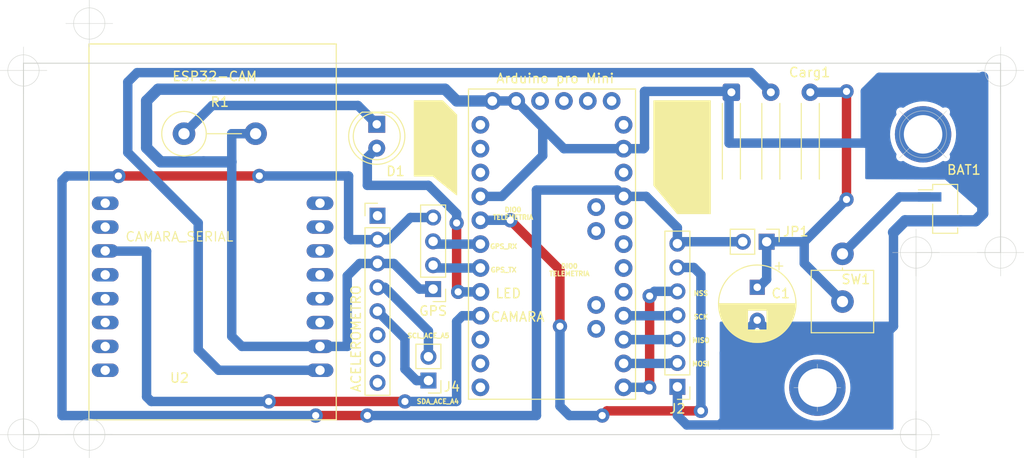
<source format=kicad_pcb>
(kicad_pcb (version 20211014) (generator pcbnew)
  (layers (0 "F.Cu" signal) (31 "B.Cu" signal) (34 "B.Paste" user) (35 "F.Paste" user) (36 "B.SilkS" user "B.Silkscreen") (37 "F.SilkS" user "F.Silkscreen") (38 "B.Mask" user) (39 "F.Mask" user) (44 "Edge.Cuts" user))
  (net 0 "")
  (net 1 "Net-(C1-Pad1)")
  (net 2 "3.7V")
  (net 3 "Net-(D1-Pad1)")
  (net 4 "GND")
  (net 5 "/LED")
  (net 6 "5V")
  (net 15 "/CAMARA")
  (net 22 "3.3V")
  (net 26 "/MOSI")
  (net 27 "/MISO")
  (net 28 "/SCK")
  (net 29 "NSS")
  (net 30 "DIO0")
  (net 31 "/GPS_RX")
  (net 52 "/GPS_TX")
  (net 53 "/SCL_ACE")
  (net 54 "/SDA_ACE")
  (footprint "LED_THT:LED_D5.0mm" (layer "F.Cu") (at 126.5 70.5 -90)
    (fp_text reference "D1" (at 5 -2 180) (layer "F.SilkS"))
    (fp_text value "LED Blanco brillante")
    (fp_line (start -1.29 -1.545) (end -1.29 1.545) (layer "F.SilkS") (width 0.12))
    (fp_arc (start -1.29 -1.54483) (mid 2.072002 -2.880433) (end 4.26 0.000462) (layer "F.SilkS") (width 0.12))
    (fp_arc (start 4.26 -0.000462) (mid 2.072002 2.880433) (end -1.29 1.54483) (layer "F.SilkS") (width 0.12))
    (fp_circle (center 1.27 0) (end 3.77 0) (layer "F.SilkS") (width 0.12) (fill none))
    (pad "1" thru_hole rect (at 0 0 270) (size 1.8 1.8) (drill 0.9) (layers *.Cu *.Mask) (net 3 "Net-(D1-Pad1)"))
    (pad "2" thru_hole circle (at 2.54 0 270) (size 1.8 1.8) (drill 0.9) (layers *.Cu *.Mask) (net 5 "/LED"))
  )
  (footprint "Connector_PinHeader_2.54mm:PinHeader_1x02_P2.54mm_Vertical" (layer "F.Cu") (at 168 83 -90)
    (fp_text reference "JP1" (at -1.080059 -3.099988 180) (layer "F.SilkS"))
    (fp_text value "JUMPER_CIRCUITO")
    (fp_line (start 1.33 1.27) (end 1.33 3.87) (layer "F.SilkS") (width 0.12))
    (fp_line (start -1.33 0) (end -1.33 -1.33) (layer "F.SilkS") (width 0.12))
    (fp_line (start -1.33 1.27) (end 1.33 1.27) (layer "F.SilkS") (width 0.12))
    (fp_line (start -1.33 -1.33) (end 0 -1.33) (layer "F.SilkS") (width 0.12))
    (fp_line (start -1.33 1.27) (end -1.33 3.87) (layer "F.SilkS") (width 0.12))
    (fp_line (start -1.33 3.87) (end 1.33 3.87) (layer "F.SilkS") (width 0.12))
    (pad "1" thru_hole rect (at 0 0 270) (size 1.7 1.7) (drill 1) (layers *.Cu *.Mask) (net 1 "Net-(C1-Pad1)"))
    (pad "2" thru_hole oval (at 0 2.54 270) (size 1.7 1.7) (drill 1) (layers *.Cu *.Mask) (net 22 "3.3V"))
  )
  (footprint "ESP32_CAM:ESP32-CAM" (layer "F.Cu") (at 109.030175 86.520979 180)
    (fp_text reference "U2" (at 3.530175 -10.979021) (layer "F.SilkS"))
    (fp_text value "ESP32-CAM")
    (fp_text user "ESP32-CAM" (at -0.219307 21.121858) (layer "F.SilkS"))
    (fp_line (start -13.16 -15.43) (end 13.16 -15.43) (layer "F.SilkS") (width 0.127))
    (fp_line (start 13.16 -15.43) (end 13.16 24.57) (layer "F.SilkS") (width 0.127))
    (fp_line (start -13.16 24.57) (end -13.16 -15.43) (layer "F.SilkS") (width 0.127))
    (fp_line (start 13.16 24.57) (end -13.16 24.57) (layer "F.SilkS") (width 0.127))
    (pad "P$1" thru_hole oval locked (at -11.43 -10.16 180) (size 2.8448 1.4224) (drill 1) (layers *.Cu *.Mask) (net 6 "5V"))
    (pad "P$2" thru_hole oval locked (at -11.43 -7.62 180) (size 2.8448 1.4224) (drill 1) (layers *.Cu *.Mask) (net 4 "GND"))
    (pad "P$3" thru_hole oval locked (at -11.43 -5.08 180) (size 2.8448 1.4224) (drill 1) (layers *.Cu *.Mask))
    (pad "P$4" thru_hole oval locked (at -11.43 -2.54 180) (size 2.8448 1.4224) (drill 1) (layers *.Cu *.Mask))
    (pad "P$5" thru_hole oval locked (at -11.43 0 180) (size 2.8448 1.4224) (drill 1) (layers *.Cu *.Mask))
    (pad "P$6" thru_hole oval locked (at -11.43 2.54 180) (size 2.8448 1.4224) (drill 1) (layers *.Cu *.Mask))
    (pad "P$7" thru_hole oval locked (at -11.43 5.08 180) (size 2.8448 1.4224) (drill 1) (layers *.Cu *.Mask))
    (pad "P$8" thru_hole oval locked (at -11.43 7.62 180) (size 2.8448 1.4224) (drill 1) (layers *.Cu *.Mask))
    (pad "P$9" thru_hole oval locked (at 11.43 7.62 180) (size 2.8448 1.4224) (drill 1) (layers *.Cu *.Mask))
    (pad "P$10" thru_hole oval locked (at 11.43 5.08 180) (size 2.8448 1.4224) (drill 1) (layers *.Cu *.Mask))
    (pad "P$11" thru_hole oval locked (at 11.43 2.54 180) (size 2.8448 1.4224) (drill 1) (layers *.Cu *.Mask) (net 15 "/CAMARA"))
    (pad "P$12" thru_hole oval locked (at 11.43 0 180) (size 2.8448 1.4224) (drill 1) (layers *.Cu *.Mask))
    (pad "P$13" thru_hole oval locked (at 11.43 -2.54 180) (size 2.8448 1.4224) (drill 1) (layers *.Cu *.Mask))
    (pad "P$14" thru_hole oval locked (at 11.43 -5.08 180) (size 2.8448 1.4224) (drill 1) (layers *.Cu *.Mask))
    (pad "P$15" thru_hole oval locked (at 11.43 -7.62 180) (size 2.8448 1.4224) (drill 1) (layers *.Cu *.Mask))
    (pad "P$16" thru_hole oval locked (at 11.43 -10.16 180) (size 2.8448 1.4224) (drill 1) (layers *.Cu *.Mask))
  )
  (footprint "Resistor_THT:R_Axial_DIN0414_L11.9mm_D4.5mm_P7.62mm_Vertical" (layer "F.Cu") (at 105.985 71.5)
    (fp_text reference "R1" (at 3.81 -3.37) (layer "F.SilkS"))
    (fp_text value "220 Ohm")
    (fp_line (start 2.37 0) (end 6.12 0) (layer "F.SilkS") (width 0.12))
    (fp_circle (center 0 0) (end 2.37 0) (layer "F.SilkS") (width 0.12) (fill none))
    (pad "1" thru_hole circle (at 0 0) (size 2.4 2.4) (drill 1.2) (layers *.Cu *.Mask) (net 3 "Net-(D1-Pad1)"))
    (pad "2" thru_hole oval (at 7.62 0) (size 2.4 2.4) (drill 1.2) (layers *.Cu *.Mask) (net 4 "GND"))
  )
  (footprint "Connector_PinHeader_2.54mm:PinHeader_1x02_P2.54mm_Vertical" (layer "F.Cu") (at 132 97.775 180)
    (fp_text reference "J4" (at -2.5 -0.665) (layer "F.SilkS"))
    (fp_text value "AEREO")
    (fp_line (start -1.33 3.87) (end 1.33 3.87) (layer "F.SilkS") (width 0.12))
    (fp_line (start -1.33 -1.33) (end 0 -1.33) (layer "F.SilkS") (width 0.12))
    (fp_line (start -1.33 0) (end -1.33 -1.33) (layer "F.SilkS") (width 0.12))
    (fp_line (start -1.33 1.27) (end -1.33 3.87) (layer "F.SilkS") (width 0.12))
    (fp_line (start 1.33 1.27) (end 1.33 3.87) (layer "F.SilkS") (width 0.12))
    (fp_line (start -1.33 1.27) (end 1.33 1.27) (layer "F.SilkS") (width 0.12))
    (pad "1" thru_hole rect (at 0 0 180) (size 1.7 1.7) (drill 1) (layers *.Cu *.Mask) (net 54 "/SDA_ACE"))
    (pad "2" thru_hole oval (at 0 2.54 180) (size 1.7 1.7) (drill 1) (layers *.Cu *.Mask) (net 53 "/SCL_ACE"))
  )
  (footprint "Capacitor_THT:CP_Radial_D8.0mm_P3.50mm" (layer "F.Cu") (at 167 87.847349 -90)
    (fp_text reference "C1" (at 0.652651 -2.5 180) (layer "F.SilkS"))
    (fp_text value "47uF")
    (fp_line (start 5.191 -2.228) (end 5.191 2.228) (layer "F.SilkS") (width 0.12))
    (fp_line (start 3.711 1.04) (end 3.711 3.584) (layer "F.SilkS") (width 0.12))
    (fp_line (start 5.351 -1.964) (end 5.351 1.964) (layer "F.SilkS") (width 0.12))
    (fp_line (start 3.911 -3.469) (end 3.911 -1.04) (layer "F.SilkS") (width 0.12))
    (fp_line (start 1.91 -4.077) (end 1.91 4.077) (layer "F.SilkS") (width 0.12))
    (fp_line (start 5.791 -0.768) (end 5.791 0.768) (layer "F.SilkS") (width 0.12))
    (fp_line (start 2.551 1.04) (end 2.551 4.002) (layer "F.SilkS") (width 0.12))
    (fp_line (start 3.431 1.04) (end 3.431 3.722) (layer "F.SilkS") (width 0.12))
    (fp_line (start 3.471 -3.704) (end 3.471 -1.04) (layer "F.SilkS") (width 0.12))
    (fp_line (start 4.391 -3.124) (end 4.391 -1.04) (layer "F.SilkS") (width 0.12))
    (fp_line (start 4.151 -3.309) (end 4.151 -1.04) (layer "F.SilkS") (width 0.12))
    (fp_line (start 4.111 1.04) (end 4.111 3.338) (layer "F.SilkS") (width 0.12))
    (fp_line (start 2.35 -4.037) (end 2.35 4.037) (layer "F.SilkS") (width 0.12))
    (fp_line (start 4.031 -3.392) (end 4.031 -1.04) (layer "F.SilkS") (width 0.12))
    (fp_line (start 3.831 -3.517) (end 3.831 -1.04) (layer "F.SilkS") (width 0.12))
    (fp_line (start 1.79 -4.08) (end 1.79 4.08) (layer "F.SilkS") (width 0.12))
    (fp_line (start 4.631 -2.907) (end 4.631 2.907) (layer "F.SilkS") (width 0.12))
    (fp_line (start 3.711 -3.584) (end 3.711 -1.04) (layer "F.SilkS") (width 0.12))
    (fp_line (start 5.831 -0.533) (end 5.831 0.533) (layer "F.SilkS") (width 0.12))
    (fp_line (start 5.311 -2.034) (end 5.311 2.034) (layer "F.SilkS") (width 0.12))
    (fp_line (start 1.95 -4.076) (end 1.95 4.076) (layer "F.SilkS") (width 0.12))
    (fp_line (start 3.431 -3.722) (end 3.431 -1.04) (layer "F.SilkS") (width 0.12))
    (fp_line (start 2.751 1.04) (end 2.751 3.957) (layer "F.SilkS") (width 0.12))
    (fp_line (start 4.991 -2.505) (end 4.991 2.505) (layer "F.SilkS") (width 0.12))
    (fp_line (start 4.351 -3.156) (end 4.351 -1.04) (layer "F.SilkS") (width 0.12))
    (fp_line (start 2.951 -3.902) (end 2.951 -1.04) (layer "F.SilkS") (width 0.12))
    (fp_line (start 3.751 1.04) (end 3.751 3.562) (layer "F.SilkS") (width 0.12))
    (fp_line (start -2.659698 -2.315) (end -1.859698 -2.315) (layer "F.SilkS") (width 0.12))
    (fp_line (start 3.231 -3.805) (end 3.231 -1.04) (layer "F.SilkS") (width 0.12))
    (fp_line (start 5.751 -0.948) (end 5.751 0.948) (layer "F.SilkS") (width 0.12))
    (fp_line (start 4.871 -2.651) (end 4.871 2.651) (layer "F.SilkS") (width 0.12))
    (fp_line (start 4.831 -2.697) (end 4.831 2.697) (layer "F.SilkS") (width 0.12))
    (fp_line (start 3.551 -3.666) (end 3.551 -1.04) (layer "F.SilkS") (width 0.12))
    (fp_line (start 2.471 1.04) (end 2.471 4.017) (layer "F.SilkS") (width 0.12))
    (fp_line (start 5.511 -1.645) (end 5.511 1.645) (layer "F.SilkS") (width 0.12))
    (fp_line (start 2.551 -4.002) (end 2.551 -1.04) (layer "F.SilkS") (width 0.12))
    (fp_line (start 2.27 -4.048) (end 2.27 4.048) (layer "F.SilkS") (width 0.12))
    (fp_line (start 3.271 1.04) (end 3.271 3.79) (layer "F.SilkS") (width 0.12))
    (fp_line (start 2.15 -4.061) (end 2.15 4.061) (layer "F.SilkS") (width 0.12))
    (fp_line (start 5.711 -1.098) (end 5.711 1.098) (layer "F.SilkS") (width 0.12))
    (fp_line (start 3.551 1.04) (end 3.551 3.666) (layer "F.SilkS") (width 0.12))
    (fp_line (start 3.191 -3.821) (end 3.191 -1.04) (layer "F.SilkS") (width 0.12))
    (fp_line (start 4.351 1.04) (end 4.351 3.156) (layer "F.SilkS") (width 0.12))
    (fp_line (start 4.591 -2.945) (end 4.591 2.945) (layer "F.SilkS") (width 0.12))
    (fp_line (start 2.671 -3.976) (end 2.671 -1.04) (layer "F.SilkS") (width 0.12))
    (fp_line (start 2.07 -4.068) (end 2.07 4.068) (layer "F.SilkS") (width 0.12))
    (fp_line (start 2.831 -3.936) (end 2.831 -1.04) (layer "F.SilkS") (width 0.12))
    (fp_line (start 2.19 -4.057) (end 2.19 4.057) (layer "F.SilkS") (width 0.12))
    (fp_line (start 2.631 1.04) (end 2.631 3.985) (layer "F.SilkS") (width 0.12))
    (fp_line (start 3.951 1.04) (end 3.951 3.444) (layer "F.SilkS") (width 0.12))
    (fp_line (start 2.711 -3.967) (end 2.711 -1.04) (layer "F.SilkS") (width 0.12))
    (fp_line (start 4.191 1.04) (end 4.191 3.28) (layer "F.SilkS") (width 0.12))
    (fp_line (start 5.471 -1.731) (end 5.471 1.731) (layer "F.SilkS") (width 0.12))
    (fp_line (start 4.271 1.04) (end 4.271 3.22) (layer "F.SilkS") (width 0.12))
    (fp_line (start 5.111 -2.345) (end 5.111 2.345) (layer "F.SilkS") (width 0.12))
    (fp_line (start 4.311 1.04) (end 4.311 3.189) (layer "F.SilkS") (width 0.12))
    (fp_line (start 2.871 1.04) (end 2.871 3.925) (layer "F.SilkS") (width 0.12))
    (fp_line (start 3.991 -3.418) (end 3.991 -1.04) (layer "F.SilkS") (width 0.12))
    (fp_line (start -2.259698 -2.715) (end -2.259698 -1.915) (layer "F.SilkS") (width 0.12))
    (fp_line (start 2.471 -4.017) (end 2.471 -1.04) (layer "F.SilkS") (width 0.12))
    (fp_line (start 2.911 1.04) (end 2.911 3.914) (layer "F.SilkS") (width 0.12))
    (fp_line (start 3.791 -3.54) (end 3.791 -1.04) (layer "F.SilkS") (width 0.12))
    (fp_line (start 4.231 -3.25) (end 4.231 -1.04) (layer "F.SilkS") (width 0.12))
    (fp_line (start 1.83 -4.08) (end 1.83 4.08) (layer "F.SilkS") (width 0.12))
    (fp_line (start 4.031 1.04) (end 4.031 3.392) (layer "F.SilkS") (width 0.12))
    (fp_line (start 1.99 -4.074) (end 1.99 4.074) (layer "F.SilkS") (width 0.12))
    (fp_line (start 3.671 -3.606) (end 3.671 -1.04) (layer "F.SilkS") (width 0.12))
    (fp_line (start 4.471 -3.055) (end 4.471 -1.04) (layer "F.SilkS") (width 0.12))
    (fp_line (start 4.711 -2.826) (end 4.711 2.826) (layer "F.SilkS") (width 0.12))
    (fp_line (start 2.951 1.04) (end 2.951 3.902) (layer "F.SilkS") (width 0.12))
    (fp_line (start 4.071 -3.365) (end 4.071 -1.04) (layer "F.SilkS") (width 0.12))
    (fp_line (start 2.591 1.04) (end 2.591 3.994) (layer "F.SilkS") (width 0.12))
    (fp_line (start 2.39 -4.03) (end 2.39 4.03) (layer "F.SilkS") (width 0.12))
    (fp_line (start 2.511 1.04) (end 2.511 4.01) (layer "F.SilkS") (width 0.12))
    (fp_line (start 4.951 -2.556) (end 4.951 2.556) (layer "F.SilkS") (width 0.12))
    (fp_line (start 3.511 -3.686) (end 3.511 -1.04) (layer "F.SilkS") (width 0.12))
    (fp_line (start 5.271 -2.102) (end 5.271 2.102) (layer "F.SilkS") (width 0.12))
    (fp_line (start 2.31 -4.042) (end 2.31 4.042) (layer "F.SilkS") (width 0.12))
    (fp_line (start 3.391 1.04) (end 3.391 3.74) (layer "F.SilkS") (width 0.12))
    (fp_line (start 2.991 1.04) (end 2.991 3.889) (layer "F.SilkS") (width 0.12))
    (fp_line (start 2.991 -3.889) (end 2.991 -1.04) (layer "F.SilkS") (width 0.12))
    (fp_line (start 4.431 1.04) (end 4.431 3.09) (layer "F.SilkS") (width 0.12))
    (fp_line (start 3.911 1.04) (end 3.911 3.469) (layer "F.SilkS") (width 0.12))
    (fp_line (start 3.111 1.04) (end 3.111 3.85) (layer "F.SilkS") (width 0.12))
    (fp_line (start 4.511 -3.019) (end 4.511 -1.04) (layer "F.SilkS") (width 0.12))
    (fp_line (start 2.711 1.04) (end 2.711 3.967) (layer "F.SilkS") (width 0.12))
    (fp_line (start 4.151 1.04) (end 4.151 3.309) (layer "F.SilkS") (width 0.12))
    (fp_line (start 4.391 1.04) (end 4.391 3.124) (layer "F.SilkS") (width 0.12))
    (fp_line (start 4.231 1.04) (end 4.231 3.25) (layer "F.SilkS") (width 0.12))
    (fp_line (start 3.151 -3.835) (end 3.151 -1.04) (layer "F.SilkS") (width 0.12))
    (fp_line (start 3.671 1.04) (end 3.671 3.606) (layer "F.SilkS") (width 0.12))
    (fp_line (start 3.031 -3.877) (end 3.031 -1.04) (layer "F.SilkS") (width 0.12))
    (fp_line (start 3.591 -3.647) (end 3.591 -1.04) (layer "F.SilkS") (width 0.12))
    (fp_line (start 4.071 1.04) (end 4.071 3.365) (layer "F.SilkS") (width 0.12))
    (fp_line (start 2.23 -4.052) (end 2.23 4.052) (layer "F.SilkS") (width 0.12))
    (fp_line (start 3.871 -3.493) (end 3.871 -1.04) (layer "F.SilkS") (width 0.12))
    (fp_line (start 5.671 -1.229) (end 5.671 1.229) (layer "F.SilkS") (width 0.12))
    (fp_line (start 5.551 -1.552) (end 5.551 1.552) (layer "F.SilkS") (width 0.12))
    (fp_line (start 3.511 1.04) (end 3.511 3.686) (layer "F.SilkS") (width 0.12))
    (fp_line (start 2.631 -3.985) (end 2.631 -1.04) (layer "F.SilkS") (width 0.12))
    (fp_line (start 3.311 1.04) (end 3.311 3.774) (layer "F.SilkS") (width 0.12))
    (fp_line (start 4.431 -3.09) (end 4.431 -1.04) (layer "F.SilkS") (width 0.12))
    (fp_line (start 3.751 -3.562) (end 3.751 -1.04) (layer "F.SilkS") (width 0.12))
    (fp_line (start 5.431 -1.813) (end 5.431 1.813) (layer "F.SilkS") (width 0.12))
    (fp_line (start 3.271 -3.79) (end 3.271 -1.04) (layer "F.SilkS") (width 0.12))
    (fp_line (start 2.591 -3.994) (end 2.591 -1.04) (layer "F.SilkS") (width 0.12))
    (fp_line (start 5.591 -1.453) (end 5.591 1.453) (layer "F.SilkS") (width 0.12))
    (fp_line (start 5.231 -2.166) (end 5.231 2.166) (layer "F.SilkS") (width 0.12))
    (fp_line (start 3.871 1.04) (end 3.871 3.493) (layer "F.SilkS") (width 0.12))
    (fp_line (start 3.471 1.04) (end 3.471 3.704) (layer "F.SilkS") (width 0.12))
    (fp_line (start 3.631 -3.627) (end 3.631 -1.04) (layer "F.SilkS") (width 0.12))
    (fp_line (start 4.471 1.04) (end 4.471 3.055) (layer "F.SilkS") (width 0.12))
    (fp_line (start 2.43 -4.024) (end 2.43 4.024) (layer "F.SilkS") (width 0.12))
    (fp_line (start 4.511 1.04) (end 4.511 3.019) (layer "F.SilkS") (width 0.12))
    (fp_line (start 5.031 -2.454) (end 5.031 2.454) (layer "F.SilkS") (width 0.12))
    (fp_line (start 2.11 -4.065) (end 2.11 4.065) (layer "F.SilkS") (width 0.12))
    (fp_line (start 4.791 -2.741) (end 4.791 2.741) (layer "F.SilkS") (width 0.12))
    (fp_line (start 3.111 -3.85) (end 3.111 -1.04) (layer "F.SilkS") (width 0.12))
    (fp_line (start 1.87 -4.079) (end 1.87 4.079) (layer "F.SilkS") (width 0.12))
    (fp_line (start 2.911 -3.914) (end 2.911 -1.04) (layer "F.SilkS") (width 0.12))
    (fp_line (start 4.271 -3.22) (end 4.271 -1.04) (layer "F.SilkS") (width 0.12))
    (fp_line (start 2.791 -3.947) (end 2.791 -1.04) (layer "F.SilkS") (width 0.12))
    (fp_line (start 3.071 1.04) (end 3.071 3.863) (layer "F.SilkS") (width 0.12))
    (fp_line (start 4.911 -2.604) (end 4.911 2.604) (layer "F.SilkS") (width 0.12))
    (fp_line (start 4.751 -2.784) (end 4.751 2.784) (layer "F.SilkS") (width 0.12))
    (fp_line (start 2.751 -3.957) (end 2.751 -1.04) (layer "F.SilkS") (width 0.12))
    (fp_line (start 4.671 -2.867) (end 4.671 2.867) (layer "F.SilkS") (width 0.12))
    (fp_line (start 3.631 1.04) (end 3.631 3.627) (layer "F.SilkS") (width 0.12))
    (fp_line (start 3.311 -3.774) (end 3.311 -1.04) (layer "F.SilkS") (width 0.12))
    (fp_line (start 2.871 -3.925) (end 2.871 -1.04) (layer "F.SilkS") (width 0.12))
    (fp_line (start 2.831 1.04) (end 2.831 3.936) (layer "F.SilkS") (width 0.12))
    (fp_line (start 5.391 -1.89) (end 5.391 1.89) (layer "F.SilkS") (width 0.12))
    (fp_line (start 4.191 -3.28) (end 4.191 -1.04) (layer "F.SilkS") (width 0.12))
    (fp_line (start 4.111 -3.338) (end 4.111 -1.04) (layer "F.SilkS") (width 0.12))
    (fp_line (start 3.991 1.04) (end 3.991 3.418) (layer "F.SilkS") (width 0.12))
    (fp_line (start 2.671 1.04) (end 2.671 3.976) (layer "F.SilkS") (width 0.12))
    (fp_line (start 1.75 -4.08) (end 1.75 4.08) (layer "F.SilkS") (width 0.12))
    (fp_line (start 3.391 -3.74) (end 3.391 -1.04) (layer "F.SilkS") (width 0.12))
    (fp_line (start 3.951 -3.444) (end 3.951 -1.04) (layer "F.SilkS") (width 0.12))
    (fp_line (start 3.591 1.04) (end 3.591 3.647) (layer "F.SilkS") (width 0.12))
    (fp_line (start 2.791 1.04) (end 2.791 3.947) (layer "F.SilkS") (width 0.12))
    (fp_line (start 5.071 -2.4) (end 5.071 2.4) (layer "F.SilkS") (width 0.12))
    (fp_line (start 3.231 1.04) (end 3.231 3.805) (layer "F.SilkS") (width 0.12))
    (fp_line (start 3.151 1.04) (end 3.151 3.835) (layer "F.SilkS") (width 0.12))
    (fp_line (start 2.511 -4.01) (end 2.511 -1.04) (layer "F.SilkS") (width 0.12))
    (fp_line (start 4.551 -2.983) (end 4.551 2.983) (layer "F.SilkS") (width 0.12))
    (fp_line (start 3.351 1.04) (end 3.351 3.757) (layer "F.SilkS") (width 0.12))
    (fp_line (start 5.151 -2.287) (end 5.151 2.287) (layer "F.SilkS") (width 0.12))
    (fp_line (start 3.031 1.04) (end 3.031 3.877) (layer "F.SilkS") (width 0.12))
    (fp_line (start 2.03 -4.071) (end 2.03 4.071) (layer "F.SilkS") (width 0.12))
    (fp_line (start 3.071 -3.863) (end 3.071 -1.04) (layer "F.SilkS") (width 0.12))
    (fp_line (start 3.831 1.04) (end 3.831 3.517) (layer "F.SilkS") (width 0.12))
    (fp_line (start 5.631 -1.346) (end 5.631 1.346) (layer "F.SilkS") (width 0.12))
    (fp_line (start 3.351 -3.757) (end 3.351 -1.04) (layer "F.SilkS") (width 0.12))
    (fp_line (start 3.791 1.04) (end 3.791 3.54) (layer "F.SilkS") (width 0.12))
    (fp_line (start 3.191 1.04) (end 3.191 3.821) (layer "F.SilkS") (width 0.12))
    (fp_line (start 4.311 -3.189) (end 4.311 -1.04) (layer "F.SilkS") (width 0.12))
    (fp_circle (center 1.75 0) (end 5.87 0) (layer "F.SilkS") (width 0.12) (fill none))
    (pad "1" thru_hole rect (at 0 0 270) (size 1.6 1.6) (drill 0.8) (layers *.Cu *.Mask) (net 1 "Net-(C1-Pad1)"))
    (pad "2" thru_hole circle (at 3.5 0 270) (size 1.6 1.6) (drill 0.8) (layers *.Cu *.Mask) (net 4 "GND"))
  )
  (footprint "Resistor_THT:R_Axial_Power_L20.0mm_W6.4mm_P5.08mm_Vertical" (layer "F.Cu") (at 176.069878 89.366348 90)
    (fp_text reference "SW1" (at 2.366348 1.430122 180) (layer "F.SilkS"))
    (fp_text value "Interruptor general")
    (fp_line (start 3.32 3.32) (end 3.32 -3.32) (layer "F.SilkS") (width 0.12))
    (fp_line (start -3.32 3.32) (end 3.32 3.32) (layer "F.SilkS") (width 0.12))
    (fp_line (start 3.32 -3.32) (end -3.32 -3.32) (layer "F.SilkS") (width 0.12))
    (fp_line (start -3.32 -3.32) (end -3.32 3.32) (layer "F.SilkS") (width 0.12))
    (fp_line (start 3.32 0) (end 3.58 0) (layer "F.SilkS") (width 0.12))
    (pad "1" thru_hole circle (at 0 0 90) (size 2.4 2.4) (drill 1.2) (layers *.Cu *.Mask) (net 1 "Net-(C1-Pad1)"))
    (pad "2" thru_hole oval (at 5.08 0 90) (size 2.4 2.4) (drill 1.2) (layers *.Cu *.Mask) (net 2 "3.7V"))
  )
  (footprint "Connector_PinHeader_2.54mm:PinHeader_1x02_P2.54mm_Vertical_SMD_Pin1Left" (layer "F.Cu") (at 187 79.5)
    (fp_text reference "BAT1" (at 1.99439 -4.149318) (layer "F.SilkS"))
    (fp_text value "Pilas")
    (fp_line (start 1.33 -2.6) (end 1.33 0.51) (layer "F.SilkS") (width 0.12))
    (fp_line (start -1.33 -2.03) (end -2.85 -2.03) (layer "F.SilkS") (width 0.12))
    (fp_line (start -1.33 -2.6) (end -1.33 -2.03) (layer "F.SilkS") (width 0.12))
    (fp_line (start 1.33 2.03) (end 1.33 2.6) (layer "F.SilkS") (width 0.12))
    (fp_line (start -1.33 -0.51) (end -1.33 2.6) (layer "F.SilkS") (width 0.12))
    (fp_line (start -1.33 -2.6) (end 1.33 -2.6) (layer "F.SilkS") (width 0.12))
    (fp_line (start -1.33 2.6) (end 1.33 2.6) (layer "F.SilkS") (width 0.12))
    (pad "1" smd rect (at -1.655 -1.27) (size 2.51 1) (layers "B.Cu" "F.Paste" "F.Mask") (net 2 "3.7V"))
    (pad "2" smd rect (at 1.655 1.27) (size 2.51 1) (layers "B.Cu" "F.Paste" "F.Mask") (net 4 "GND"))
  )
  (footprint "Connector_PinHeader_2.54mm:PinHeader_1x07_P2.54mm_Vertical" (layer "F.Cu") (at 158.5 98.442476 180)
    (fp_text reference "J2" (at 0 -2.33) (layer "F.SilkS"))
    (fp_text value "LORA 868Mhz")
    (fp_line (start -1.33 -1.33) (end 0 -1.33) (layer "F.SilkS") (width 0.12))
    (fp_line (start -1.33 1.27) (end 1.33 1.27) (layer "F.SilkS") (width 0.12))
    (fp_line (start 1.33 1.27) (end 1.33 16.57) (layer "F.SilkS") (width 0.12))
    (fp_line (start -1.33 1.27) (end -1.33 16.57) (layer "F.SilkS") (width 0.12))
    (fp_line (start -1.33 16.57) (end 1.33 16.57) (layer "F.SilkS") (width 0.12))
    (fp_line (start -1.33 0) (end -1.33 -1.33) (layer "F.SilkS") (width 0.12))
    (pad "1" thru_hole rect (at 0 0 180) (size 1.7 1.7) (drill 1) (layers *.Cu *.Mask) (net 4 "GND"))
    (pad "2" thru_hole oval (at 0 2.54 180) (size 1.7 1.7) (drill 1) (layers *.Cu *.Mask) (net 26 "/MOSI"))
    (pad "3" thru_hole oval (at 0 5.08 180) (size 1.7 1.7) (drill 1) (layers *.Cu *.Mask) (net 27 "/MISO"))
    (pad "4" thru_hole oval (at 0 7.62 180) (size 1.7 1.7) (drill 1) (layers *.Cu *.Mask) (net 28 "/SCK"))
    (pad "5" thru_hole oval (at 0 10.16 180) (size 1.7 1.7) (drill 1) (layers *.Cu *.Mask) (net 29 "NSS"))
    (pad "6" thru_hole oval (at 0 12.7 180) (size 1.7 1.7) (drill 1) (layers *.Cu *.Mask) (net 30 "DIO0"))
    (pad "7" thru_hole oval (at 0 15.24 180) (size 1.7 1.7) (drill 1) (layers *.Cu *.Mask) (net 22 "3.3V"))
  )
  (footprint "Connector_PinHeader_2.54mm:PinHeader_1x08_P2.54mm_Vertical" (layer "F.Cu") (at 126.580833 80.23489)
    (fp_text reference "ACELEROMETRO" (at -2.280811 13.08526 90) (layer "F.SilkS"))
    (fp_text value "GY-87")
    (fp_line (start 1.33 1.27) (end 1.33 19.11) (layer "F.SilkS") (width 0.12))
    (fp_line (start -1.33 -1.33) (end 0 -1.33) (layer "F.SilkS") (width 0.12))
    (fp_line (start -1.33 1.27) (end 1.33 1.27) (layer "F.SilkS") (width 0.12))
    (fp_line (start -1.33 1.27) (end -1.33 19.11) (layer "F.SilkS") (width 0.12))
    (fp_line (start -1.33 19.11) (end 1.33 19.11) (layer "F.SilkS") (width 0.12))
    (fp_line (start -1.33 0) (end -1.33 -1.33) (layer "F.SilkS") (width 0.12))
    (pad "1" thru_hole rect (at 0 0) (size 1.7 1.7) (drill 1) (layers *.Cu *.Mask))
    (pad "2" thru_hole oval (at 0 2.54) (size 1.7 1.7) (drill 1) (layers *.Cu *.Mask) (net 22 "3.3V"))
    (pad "3" thru_hole oval (at 0 5.08) (size 1.7 1.7) (drill 1) (layers *.Cu *.Mask) (net 4 "GND"))
    (pad "4" thru_hole oval (at 0 7.62) (size 1.7 1.7) (drill 1) (layers *.Cu *.Mask) (net 53 "/SCL_ACE"))
    (pad "5" thru_hole oval (at 0 10.16) (size 1.7 1.7) (drill 1) (layers *.Cu *.Mask) (net 54 "/SDA_ACE"))
    (pad "6" thru_hole oval (at 0 12.7) (size 1.7 1.7) (drill 1) (layers *.Cu *.Mask))
    (pad "7" thru_hole oval (at 0 15.24) (size 1.7 1.7) (drill 1) (layers *.Cu *.Mask))
    (pad "8" thru_hole oval (at 0 17.78) (size 1.7 1.7) (drill 1) (layers *.Cu *.Mask))
  )
  (footprint "Connector_PinHeader_2.54mm:PinHeader_1x04_P2.54mm_Vertical" (layer "F.Cu") (at 132.5 88.04 180)
    (fp_text reference "GPS" (at 0 -2.33) (layer "F.SilkS"))
    (fp_text value "GPS_NEO_6")
    (fp_line (start -1.33 8.95) (end 1.33 8.95) (layer "F.SilkS") (width 0.12))
    (fp_line (start -1.33 1.27) (end -1.33 8.95) (layer "F.SilkS") (width 0.12))
    (fp_line (start -1.33 -1.33) (end 0 -1.33) (layer "F.SilkS") (width 0.12))
    (fp_line (start 1.33 1.27) (end 1.33 8.95) (layer "F.SilkS") (width 0.12))
    (fp_line (start -1.33 0) (end -1.33 -1.33) (layer "F.SilkS") (width 0.12))
    (fp_line (start -1.33 1.27) (end 1.33 1.27) (layer "F.SilkS") (width 0.12))
    (pad "1" thru_hole rect (at 0 0 180) (size 1.7 1.7) (drill 1) (layers *.Cu *.Mask) (net 4 "GND"))
    (pad "2" thru_hole oval (at 0 2.54 180) (size 1.7 1.7) (drill 1) (layers *.Cu *.Mask) (net 52 "/GPS_TX"))
    (pad "3" thru_hole oval (at 0 5.08 180) (size 1.7 1.7) (drill 1) (layers *.Cu *.Mask) (net 31 "/GPS_RX"))
    (pad "4" thru_hole oval (at 0 7.62 180) (size 1.7 1.7) (drill 1) (layers *.Cu *.Mask) (net 22 "3.3V"))
  )
  (footprint "ARDUINO_PRO_MINI:MODULE_ARDUINO_PRO_MINI" (layer "F.Cu") (at 145.154119 83.254597)
    (fp_text reference "Arduino pro Mini" (at 0.345881 -17.635) (layer "F.SilkS"))
    (fp_text value "ARDUINO_PRO_MINI")
    (fp_line (start -8.89 -16.51) (end -8.89 16.51) (layer "F.SilkS") (width 0.127))
    (fp_line (start 8.89 -16.51) (end -8.89 -16.51) (layer "F.SilkS") (width 0.127))
    (fp_line (start 8.89 16.51) (end 8.89 -16.51) (layer "F.SilkS") (width 0.127))
    (fp_line (start -8.89 16.51) (end 8.89 16.51) (layer "F.SilkS") (width 0.127))
    (pad "JP1_1" thru_hole circle locked (at 6.35 -15.24) (size 1.8796 1.8796) (drill 1.016) (layers *.Cu *.Mask))
    (pad "JP1_2" thru_hole circle locked (at 3.81 -15.24) (size 1.8796 1.8796) (drill 1.016) (layers *.Cu *.Mask))
    (pad "JP1_3" thru_hole circle locked (at 1.27 -15.24) (size 1.8796 1.8796) (drill 1.016) (layers *.Cu *.Mask))
    (pad "JP1_4" thru_hole circle locked (at -1.27 -15.24) (size 1.8796 1.8796) (drill 1.016) (layers *.Cu *.Mask))
    (pad "JP1_5" thru_hole circle locked (at -3.81 -15.24) (size 1.8796 1.8796) (drill 1.016) (layers *.Cu *.Mask) (net 4 "GND"))
    (pad "JP1_6" thru_hole circle locked (at -6.35 -15.24) (size 1.8796 1.8796) (drill 1.016) (layers *.Cu *.Mask) (net 4 "GND"))
    (pad "JP2_1" thru_hole circle locked (at 4.699 -1.397) (size 1.8796 1.8796) (drill 1.016) (layers *.Cu *.Mask))
    (pad "JP2_2" thru_hole circle locked (at 4.699 -3.937) (size 1.8796 1.8796) (drill 1.016) (layers *.Cu *.Mask))
    (pad "JP3_1" thru_hole circle locked (at 4.699 9.017) (size 1.8796 1.8796) (drill 1.016) (layers *.Cu *.Mask))
    (pad "JP3_2" thru_hole circle locked (at 4.699 6.477) (size 1.8796 1.8796) (drill 1.016) (layers *.Cu *.Mask))
    (pad "JP6_1" thru_hole circle locked (at 7.62 -12.7) (size 1.8796 1.8796) (drill 1.016) (layers *.Cu *.Mask))
    (pad "JP6_2" thru_hole circle locked (at 7.62 -10.16) (size 1.8796 1.8796) (drill 1.016) (layers *.Cu *.Mask) (net 4 "GND"))
    (pad "JP6_3" thru_hole circle locked (at 7.62 -7.62) (size 1.8796 1.8796) (drill 1.016) (layers *.Cu *.Mask))
    (pad "JP6_4" thru_hole circle locked (at 7.62 -5.08) (size 1.8796 1.8796) (drill 1.016) (layers *.Cu *.Mask) (net 22 "3.3V"))
    (pad "JP6_5" thru_hole circle locked (at 7.62 -2.54) (size 1.8796 1.8796) (drill 1.016) (layers *.Cu *.Mask))
    (pad "JP6_6" thru_hole circle locked (at 7.62 0) (size 1.8796 1.8796) (drill 1.016) (layers *.Cu *.Mask))
    (pad "JP6_7" thru_hole circle locked (at 7.62 2.54) (size 1.8796 1.8796) (drill 1.016) (layers *.Cu *.Mask))
    (pad "JP6_8" thru_hole circle locked (at 7.62 5.08) (size 1.8796 1.8796) (drill 1.016) (layers *.Cu *.Mask))
    (pad "JP6_9" thru_hole circle locked (at 7.62 7.62) (size 1.8796 1.8796) (drill 1.016) (layers *.Cu *.Mask) (net 28 "/SCK"))
    (pad "JP6_10" thru_hole circle locked (at 7.62 10.16) (size 1.8796 1.8796) (drill 1.016) (layers *.Cu *.Mask) (net 27 "/MISO"))
    (pad "JP6_11" thru_hole circle locked (at 7.62 12.7) (size 1.8796 1.8796) (drill 1.016) (layers *.Cu *.Mask) (net 26 "/MOSI"))
    (pad "JP6_12" thru_hole circle locked (at 7.62 15.24) (size 1.8796 1.8796) (drill 1.016) (layers *.Cu *.Mask) (net 29 "NSS"))
    (pad "JP7_1" thru_hole circle locked (at -7.62 15.24) (size 1.8796 1.8796) (drill 1.016) (layers *.Cu *.Mask))
    (pad "JP7_2" thru_hole circle locked (at -7.62 12.7) (size 1.8796 1.8796) (drill 1.016) (layers *.Cu *.Mask))
    (pad "JP7_3" thru_hole circle locked (at -7.62 10.16) (size 1.8796 1.8796) (drill 1.016) (layers *.Cu *.Mask))
    (pad "JP7_4" thru_hole circle locked (at -7.62 7.62) (size 1.8796 1.8796) (drill 1.016) (layers *.Cu *.Mask) (net 15 "/CAMARA"))
    (pad "JP7_5" thru_hole circle locked (at -7.62 5.08) (size 1.8796 1.8796) (drill 1.016) (layers *.Cu *.Mask) (net 5 "/LED"))
    (pad "JP7_6" thru_hole circle locked (at -7.62 2.54) (size 1.8796 1.8796) (drill 1.016) (layers *.Cu *.Mask) (net 52 "/GPS_TX"))
    (pad "JP7_7" thru_hole circle locked (at -7.62 0) (size 1.8796 1.8796) (drill 1.016) (layers *.Cu *.Mask) (net 31 "/GPS_RX"))
    (pad "JP7_8" thru_hole circle locked (at -7.62 -2.54) (size 1.8796 1.8796) (drill 1.016) (layers *.Cu *.Mask) (net 30 "DIO0"))
    (pad "JP7_9" thru_hole circle locked (at -7.62 -5.08) (size 1.8796 1.8796) (drill 1.016) (layers *.Cu *.Mask) (net 4 "GND"))
    (pad "JP7_10" thru_hole circle locked (at -7.62 -7.62) (size 1.8796 1.8796) (drill 1.016) (layers *.Cu *.Mask))
    (pad "JP7_11" thru_hole circle locked (at -7.62 -10.16) (size 1.8796 1.8796) (drill 1.016) (layers *.Cu *.Mask))
    (pad "JP7_12" thru_hole circle locked (at -7.62 -12.7) (size 1.8796 1.8796) (drill 1.016) (layers *.Cu *.Mask))
  )
  (footprint "Connector_Wire:SolderWire-0.25sqmm_1x03_P4.2mm_D0.65mm_OD1.7mm_Relief" (layer "F.Cu") (at 164.246624 67.091166)
    (fp_text reference "Carg1" (at 8.327034 -2.118565) (layer "F.SilkS"))
    (fp_text value "Cargador")
    (fp_line (start 0.96 1.185) (end 0.96 9.24) (layer "F.SilkS") (width 0.12))
    (fp_line (start -0.96 1.185) (end -0.96 9.24) (layer "F.SilkS") (width 0.12))
    (fp_line (start 9.36 1.185) (end 9.36 9.24) (layer "F.SilkS") (width 0.12))
    (fp_line (start 5.16 1.185) (end 5.16 9.24) (layer "F.SilkS") (width 0.12))
    (fp_line (start 7.44 1.185) (end 7.44 9.24) (layer "F.SilkS") (width 0.12))
    (fp_line (start 3.24 1.185) (end 3.24 9.24) (layer "F.SilkS") (width 0.12))
    (pad "" np_thru_hole circle (at 0 10.2) (size 2.2 2.2) (drill 2.2) (layers *.Cu *.Mask))
    (pad "" np_thru_hole circle (at 8.4 10.2) (size 2.2 2.2) (drill 2.2) (layers *.Cu *.Mask))
    (pad "" np_thru_hole circle (at 4.2 10.2) (size 2.2 2.2) (drill 2.2) (layers *.Cu *.Mask))
    (pad "1" thru_hole roundrect (at 0 0) (size 1.85 1.85) (drill 0.85) (layers *.Cu *.Mask) (roundrect_rratio 0.1351351351) (net 4 "GND"))
    (pad "2" thru_hole circle (at 4.2 0) (size 1.85 1.85) (drill 0.85) (layers *.Cu *.Mask) (net 6 "5V"))
    (pad "3" thru_hole circle (at 8.4 0) (size 1.85 1.85) (drill 0.85) (layers *.Cu *.Mask) (net 1 "Net-(C1-Pad1)"))
  )
  (gr_poly (pts (xy 135 69.5) (xy 135 78) (xy 132.5 76) (xy 130.5 76) (xy 130.5 68) (xy 133.5 68)) (layer "F.SilkS") (width 0.12) (fill solid))
  (gr_poly (pts (xy 162 80) (xy 158.5 80) (xy 156 77) (xy 156 68) (xy 162 68)) (layer "F.SilkS") (width 0.12) (fill solid))
  (gr_line (start 192.9 64.77) (end 192.9 84.15) (layer "Edge.Cuts") (width 0.1))
  (gr_line (start 88.9 64) (end 192.9 64) (layer "Edge.Cuts") (width 0.1))
  (gr_line (start 88.9 103.53) (end 88.9 64.77) (layer "Edge.Cuts") (width 0.1))
  (gr_line (start 88.9 64) (end 88.9 64.77) (layer "Edge.Cuts") (width 0.1))
  (gr_line (start 183.9 103.53) (end 88.9 103.53) (layer "Edge.Cuts") (width 0.1))
  (gr_line (start 192.9 64) (end 192.9 64.77) (layer "Edge.Cuts") (width 0.1))
  (gr_line (start 183.9 103.53) (end 183.9 84.15) (layer "Edge.Cuts") (width 0.05))
  (gr_line (start 183.9 84.15) (end 192.9 84.15) (layer "Edge.Cuts") (width 0.05))
  (gr_text "NSS" (at 161 88.5) (layer "F.SilkS") (effects (font (size 0.5 0.5) (thickness 0.125))))
  (gr_text "MOSI" (at 161 96) (layer "F.SilkS") (effects (font (size 0.5 0.5) (thickness 0.125))))
  (gr_text "GPS_TX" (at 140 86) (layer "F.SilkS") (effects (font (size 0.5 0.5) (thickness 0.125))))
  (gr_text "SDA_ACE_A4" (at 133 100) (layer "F.SilkS") (effects (font (size 0.5 0.5) (thickness 0.125))))
  (gr_text "CAMARA" (at 141.5 91) (layer "F.SilkS") (effects (font (size 1 1))))
  (gr_text "DIO0\nTELEMETRIA" (at 147 86) (layer "F.SilkS") (effects (font (size 0.5 0.5) (thickness 0.125))))
  (gr_text "LED" (at 140.5 88.5) (layer "F.SilkS") (effects (font (size 1 1))))
  (gr_text "SCL_ACE_A5" (at 132 93) (layer "F.SilkS") (effects (font (size 0.5 0.5) (thickness 0.125))))
  (gr_text "DIO0\nTELEMETRIA" (at 141 80) (layer "F.SilkS") (effects (font (size 0.5 0.5) (thickness 0.125))))
  (gr_text "MISO" (at 161 93.5) (layer "F.SilkS") (effects (font (size 0.5 0.5) (thickness 0.125))))
  (gr_text "CAMARA_SERIAL" (at 105.5 82.465528) (layer "F.SilkS") (effects (font (size 1 1) (thickness 0.125))))
  (gr_text "GPS_RX" (at 140 83.5) (layer "F.SilkS") (effects (font (size 0.5 0.5) (thickness 0.125))))
  (gr_text "SCK" (at 161 91) (layer "F.SilkS") (effects (font (size 0.5 0.5) (thickness 0.125))))
  (target plus (at 88.9 103.53) (size 5) (width 0.05) (layer "Edge.Cuts"))
  (target plus (at 88.9 64.77) (size 5) (width 0.05) (layer "Edge.Cuts"))
  (target plus (at 183.9 84.15) (size 5) (width 0.05) (layer "Edge.Cuts"))
  (target plus (at 173.4 98.53) (size 5) (width 0.05) (layer "Edge.Cuts"))
  (target plus (at 183.9 103.53) (size 5) (width 0.05) (layer "Edge.Cuts"))
  (target plus (at 192.9 84.15) (size 5) (width 0.05) (layer "Edge.Cuts"))
  (target plus (at 95.9 59.77) (size 5) (width 0.05) (layer "Edge.Cuts"))
  (target x (at 184.65 71.57) (size 5) (width 0.05) (layer "Edge.Cuts"))
  (target plus (at 192.9 64.77) (size 5) (width 0.05) (layer "Edge.Cuts"))
  (target plus (at 95.9 103.53) (size 5) (width 0.05) (layer "Edge.Cuts"))
  (via (at 184.65 71.57) (size 6) (drill 4.1) (layers "F.Cu" "B.Cu") (net 0))
  (via (at 173.4 98.53) (size 6) (drill 4.1) (layers "F.Cu" "B.Cu") (net 0))
  (segment (start 176.5 67) (end 176.5 78.5) (width 1) (layer "F.Cu") (net 1))
  (via (at 176.5 67) (size 1.524) (drill 0.76) (layers "F.Cu" "B.Cu") (net 1))
  (via (at 176.5 78.5) (size 1.524) (drill 0.76) (layers "F.Cu" "B.Cu") (net 1))
  (segment (start 168 83) (end 172 83) (width 1) (layer "B.Cu") (net 1))
  (segment (start 167 87.847349) (end 167.152651 87.847349) (width 1) (layer "B.Cu") (net 1))
  (segment (start 176.069878 89.366348) (end 172 85.29647) (width 1) (layer "B.Cu") (net 1))
  (segment (start 172.646624 67.091166) (end 176.408834 67.091166) (width 1) (layer "B.Cu") (net 1))
  (segment (start 167.152651 87.847349) (end 168 87) (width 1) (layer "B.Cu") (net 1))
  (segment (start 172 83) (end 176.5 78.5) (width 1) (layer "B.Cu") (net 1))
  (segment (start 168 87) (end 168 83) (width 1) (layer "B.Cu") (net 1))
  (segment (start 172 85.29647) (end 172 83) (width 1) (layer "B.Cu") (net 1))
  (segment (start 176.408834 67.091166) (end 176.5 67) (width 1) (layer "B.Cu") (net 1))
  (segment (start 182.126226 78.23) (end 176.069878 84.286348) (width 1) (layer "B.Cu") (net 2))
  (segment (start 185.345 78.23) (end 182.126226 78.23) (width 1) (layer "B.Cu") (net 2))
  (segment (start 124.5 68.5) (end 108.985 68.5) (width 1) (layer "B.Cu") (net 3))
  (segment (start 126.5 70.5) (end 124.5 68.5) (width 1) (layer "B.Cu") (net 3))
  (segment (start 108.985 68.5) (end 105.985 71.5) (width 1) (layer "B.Cu") (net 3))
  (segment (start 146.424119 73.094597) (end 144.164761 70.835239) (width 1) (layer "B.Cu") (net 4))
  (segment (start 163 102.5) (end 159.5 102.5) (width 1) (layer "B.Cu") (net 4))
  (segment (start 126.580833 85.31489) (end 128.31489 85.31489) (width 1) (layer "B.Cu") (net 4))
  (segment (start 102 73) (end 103.5 74.5) (width 1.2) (layer "B.Cu") (net 4))
  (segment (start 111.065 93.065) (end 111.065 74.435) (width 1) (layer "B.Cu") (net 4))
  (segment (start 164.246624 67.091166) (end 164 67.33779) (width 1) (layer "B.Cu") (net 4))
  (segment (start 144.164761 70.835239) (end 141.344119 68.014597) (width 1) (layer "B.Cu") (net 4))
  (segment (start 103.233834 66.766166) (end 102 68) (width 1.2) (layer "B.Cu") (net 4))
  (segment (start 123.359021 94.140979) (end 120.460175 94.140979) (width 1) (layer "B.Cu") (net 4))
  (segment (start 163.5 102) (end 163 102.5) (width 1) (layer "B.Cu") (net 4))
  (segment (start 182.73 80.77) (end 181.5 82) (width 1.2) (layer "B.Cu") (net 4))
  (segment (start 137.534119 78.174597) (end 139.825403 78.174597) (width 1) (layer "B.Cu") (net 4))
  (segment (start 191 80) (end 191 65.5) (width 1.2) (layer "B.Cu") (net 4))
  (segment (start 178.5 67) (end 178.5 72.5) (width 1) (layer "B.Cu") (net 4))
  (segment (start 152.774119 73.094597) (end 154.905403 73.094597) (width 1) (layer "B.Cu") (net 4))
  (segment (start 128.31489 85.31489) (end 131.04 88.04) (width 1) (layer "B.Cu") (net 4))
  (segment (start 112.140979 94.140979) (end 111.065 93.065) (width 1) (layer "B.Cu") (net 4))
  (segment (start 190.23 80.77) (end 191 80) (width 1.2) (layer "B.Cu") (net 4))
  (segment (start 111.065 74.435) (end 111.065 71.5) (width 1) (layer "B.Cu") (net 4))
  (segment (start 181.5 92) (end 181 92.5) (width 1) (layer "B.Cu") (net 4))
  (segment (start 155 73) (end 155 67) (width 1) (layer "B.Cu") (net 4))
  (segment (start 180 65.5) (end 178.5 67) (width 1) (layer "B.Cu") (net 4))
  (segment (start 158.5 101.5) (end 158.5 98.442476) (width 1) (layer "B.Cu") (net 4))
  (segment (start 144.164761 73.835239) (end 144.164761 70.835239) (width 1) (layer "B.Cu") (net 4))
  (segment (start 131.04 88.04) (end 132.5 88.04) (width 1) (layer "B.Cu") (net 4))
  (segment (start 178.5 72.5) (end 164 72.5) (width 1) (layer "B.Cu") (net 4))
  (segment (start 111 74.5) (end 111.065 74.435) (width 1) (layer "B.Cu") (net 4))
  (segment (start 164 67.33779) (end 164 72.5) (width 1) (layer "B.Cu") (net 4))
  (segment (start 191 65.5) (end 180 65.5) (width 1) (layer "B.Cu") (net 4))
  (segment (start 181.5 82) (end 181.5 92) (width 1) (layer "B.Cu") (net 4))
  (segment (start 188.655 80.77) (end 190.23 80.77) (width 1.2) (layer "B.Cu") (net 4))
  (segment (start 168.152651 92.5) (end 167 91.347349) (width 1) (layer "B.Cu") (net 4))
  (segment (start 126.580833 85.31489) (end 124.68511 85.31489) (width 1) (layer "B.Cu") (net 4))
  (segment (start 108.065 74.5) (end 111 74.5) (width 1.2) (layer "B.Cu") (net 4))
  (segment (start 181 92.5) (end 168.152651 92.5) (width 1) (layer "B.Cu") (net 4))
  (segment (start 124.68511 85.31489) (end 123.359021 86.640979) (width 1) (layer "B.Cu") (net 4))
  (segment (start 138.804119 68.014597) (end 141.344119 68.014597) (width 1) (layer "B.Cu") (net 4))
  (segment (start 159.5 102.5) (end 158.5 101.5) (width 1) (layer "B.Cu") (net 4))
  (segment (start 135.014597 68.014597) (end 133.766166 66.766166) (width 1.2) (layer "B.Cu") (net 4))
  (segment (start 120.460175 94.140979) (end 112.140979 94.140979) (width 1) (layer "B.Cu") (net 4))
  (segment (start 103.5 74.5) (end 108.065 74.5) (width 1.2) (layer "B.Cu") (net 4))
  (segment (start 123.359021 86.640979) (end 123.359021 94.140979) (width 1) (layer "B.Cu") (net 4))
  (segment (start 155 67) (end 164.155458 67) (width 1) (layer "B.Cu") (net 4))
  (segment (start 167 91.347349) (end 163.5 94.847349) (width 1) (layer "B.Cu") (net 4))
  (segment (start 102 68) (end 102 73) (width 1.2) (layer "B.Cu") (net 4))
  (segment (start 164.155458 67) (end 164.246624 67.091166) (width 1) (layer "B.Cu") (net 4))
  (segment (start 152.774119 73.094597) (end 146.424119 73.094597) (width 1) (layer "B.Cu") (net 4))
  (segment (start 154.905403 73.094597) (end 155 73) (width 1) (layer "B.Cu") (net 4))
  (segment (start 188.655 80.77) (end 182.73 80.77) (width 1.2) (layer "B.Cu") (net 4))
  (segment (start 163.5 94.847349) (end 163.5 102) (width 1) (layer "B.Cu") (net 4))
  (segment (start 139.825403 78.174597) (end 144.164761 73.835239) (width 1) (layer "B.Cu") (net 4))
  (segment (start 133.766166 66.766166) (end 103.233834 66.766166) (width 1.2) (layer "B.Cu") (net 4))
  (segment (start 138.804119 68.014597) (end 135.014597 68.014597) (width 1.2) (layer "B.Cu") (net 4))
  (segment (start 113.605 71.5) (end 111.065 71.5) (width 1) (layer "B.Cu") (net 4))
  (segment (start 135 81) (end 135 88.169194) (width 1) (layer "F.Cu") (net 5))
  (segment (start 135 88.169194) (end 135.165403 88.334597) (width 1) (layer "F.Cu") (net 5))
  (via (at 135.165403 88.334597) (size 1.524) (drill 0.76) (layers "F.Cu" "B.Cu") (net 5))
  (via (at 135 81) (size 1.524) (drill 0.76) (layers "F.Cu" "B.Cu") (net 5))
  (segment (start 137.534119 88.334597) (end 135.165403 88.334597) (width 1) (layer "B.Cu") (net 5))
  (segment (start 132 77) (end 125.5 77) (width 1) (layer "B.Cu") (net 5))
  (segment (start 126.5 73.04) (end 125.5 74.04) (width 1) (layer "B.Cu") (net 5))
  (segment (start 135 80) (end 132 77) (width 1) (layer "B.Cu") (net 5))
  (segment (start 125.5 74.04) (end 125.5 77) (width 1) (layer "B.Cu") (net 5))
  (segment (start 135 81) (end 135 80) (width 1) (layer "B.Cu") (net 5))
  (segment (start 100 73.5) (end 100 66) (width 1) (layer "B.Cu") (net 6))
  (segment (start 166.355458 65) (end 168.446624 67.091166) (width 1) (layer "B.Cu") (net 6))
  (segment (start 101 65) (end 166.355458 65) (width 1) (layer "B.Cu") (net 6))
  (segment (start 107.5 94.5) (end 107.5 81) (width 1) (layer "B.Cu") (net 6))
  (segment (start 100 66) (end 101 65) (width 1) (layer "B.Cu") (net 6))
  (segment (start 107.5 81) (end 100 73.5) (width 1) (layer "B.Cu") (net 6))
  (segment (start 109.680979 96.680979) (end 107.5 94.5) (width 1) (layer "B.Cu") (net 6))
  (segment (start 120.460175 96.680979) (end 109.680979 96.680979) (width 1) (layer "B.Cu") (net 6))
  (segment (start 115 100) (end 129.5 100) (width 1) (layer "F.Cu") (net 15))
  (via (at 129.5 100) (size 1.524) (drill 0.76) (layers "F.Cu" "B.Cu") (net 15))
  (via (at 115 100) (size 1.524) (drill 0.76) (layers "F.Cu" "B.Cu") (net 15))
  (segment (start 135 91.5) (end 135 100) (width 1) (layer "B.Cu") (net 15))
  (segment (start 97.600175 83.980979) (end 98.600175 83.980979) (width 1) (layer "B.Cu") (net 15))
  (segment (start 102.5 100) (end 115 100) (width 1) (layer "B.Cu") (net 15))
  (segment (start 98.600175 83.980979) (end 98.619196 84) (width 1) (layer "B.Cu") (net 15))
  (segment (start 135 100) (end 129.5 100) (width 1) (layer "B.Cu") (net 15))
  (segment (start 102 84) (end 102 99.5) (width 1) (layer "B.Cu") (net 15))
  (segment (start 98.619196 84) (end 102 84) (width 1) (layer "B.Cu") (net 15))
  (segment (start 137.534119 90.874597) (end 135.625403 90.874597) (width 1) (layer "B.Cu") (net 15))
  (segment (start 135.625403 90.874597) (end 135 91.5) (width 1) (layer "B.Cu") (net 15))
  (segment (start 102 99.5) (end 102.5 100) (width 1) (layer "B.Cu") (net 15))
  (segment (start 114 76) (end 99 76) (width 1) (layer "F.Cu") (net 22))
  (segment (start 125.5 101.5) (end 120 101.5) (width 1) (layer "F.Cu") (net 22))
  (via (at 125.5 101.5) (size 1.524) (drill 0.76) (layers "F.Cu" "B.Cu") (net 22))
  (via (at 99 76) (size 1.524) (drill 0.76) (layers "F.Cu" "B.Cu") (net 22))
  (via (at 114 76) (size 1.524) (drill 0.76) (layers "F.Cu" "B.Cu") (net 22))
  (via (at 120 101.5) (size 1.524) (drill 0.76) (layers "F.Cu" "B.Cu") (net 22))
  (segment (start 158.702476 83) (end 158.5 83.202476) (width 1) (layer "B.Cu") (net 22))
  (segment (start 143.5 101.5) (end 125.5 101.5) (width 1) (layer "B.Cu") (net 22))
  (segment (start 126.580833 82.77489) (end 123.72511 82.77489) (width 1) (layer "B.Cu") (net 22))
  (segment (start 123.5 76) (end 114 76) (width 1) (layer "B.Cu") (net 22))
  (segment (start 165.46 83) (end 158.702476 83) (width 1) (layer "B.Cu") (net 22))
  (segment (start 93 76.5) (end 93.5 76) (width 1) (layer "B.Cu") (net 22))
  (segment (start 123.5 82.54978) (end 123.5 76) (width 1) (layer "B.Cu") (net 22))
  (segment (start 132.5 80.42) (end 130.08 80.42) (width 1) (layer "B.Cu") (net 22))
  (segment (start 93 101.5) (end 93 76.5) (width 1) (layer "B.Cu") (net 22))
  (segment (start 152.774119 78.174597) (end 152.099522 77.5) (width 1) (layer "B.Cu") (net 22))
  (segment (start 127.72511 82.77489) (end 126.580833 82.77489) (width 1) (layer "B.Cu") (net 22))
  (segment (start 152.099522 77.5) (end 143.5 77.5) (width 1) (layer "B.Cu") (net 22))
  (segment (start 123.72511 82.77489) (end 123.5 82.54978) (width 1) (layer "B.Cu") (net 22))
  (segment (start 93.5 76) (end 99 76) (width 1) (layer "B.Cu") (net 22))
  (segment (start 158.5 81.5) (end 155.174597 78.174597) (width 1) (layer "B.Cu") (net 22))
  (segment (start 158.5 83.202476) (end 158.5 81.5) (width 1) (layer "B.Cu") (net 22))
  (segment (start 120 101.5) (end 93 101.5) (width 1) (layer "B.Cu") (net 22))
  (segment (start 130.08 80.42) (end 127.72511 82.77489) (width 1) (layer "B.Cu") (net 22))
  (segment (start 155.174597 78.174597) (end 152.774119 78.174597) (width 1) (layer "B.Cu") (net 22))
  (segment (start 143.5 77.5) (end 143.5 101.5) (width 1) (layer "B.Cu") (net 22))
  (segment (start 152.774119 95.954597) (end 157.675283 95.954597) (width 1) (layer "B.Cu") (net 26))
  (segment (start 157.675283 95.954597) (end 157.727404 95.902476) (width 1) (layer "B.Cu") (net 26))
  (segment (start 157.675283 93.414597) (end 157.727404 93.362476) (width 1) (layer "B.Cu") (net 27))
  (segment (start 152.774119 93.414597) (end 157.675283 93.414597) (width 1) (layer "B.Cu") (net 27))
  (segment (start 157.675283 90.874597) (end 157.727404 90.822476) (width 1) (layer "B.Cu") (net 28))
  (segment (start 152.774119 90.874597) (end 157.675283 90.874597) (width 1) (layer "B.Cu") (net 28))
  (segment (start 155.545075 98.444119) (end 155.494597 98.494597) (width 1) (layer "F.Cu") (net 29))
  (segment (start 155.545075 88.781242) (end 155.545075 98.444119) (width 1) (layer "F.Cu") (net 29))
  (via (at 155.494597 98.494597) (size 1.524) (drill 0.76) (layers "F.Cu" "B.Cu") (net 29))
  (via (at 155.545075 88.781242) (size 1.524) (drill 0.76) (layers "F.Cu" "B.Cu") (net 29))
  (segment (start 156.043841 88.282476) (end 155.545075 88.781242) (width 1) (layer "B.Cu") (net 29))
  (segment (start 152.774119 98.494597) (end 155.494597 98.494597) (width 1) (layer "B.Cu") (net 29))
  (segment (start 158.5 88.282476) (end 156.043841 88.282476) (width 1) (layer "B.Cu") (net 29))
  (segment (start 140.714597 80.714597) (end 146 86) (width 1) (layer "F.Cu") (net 30))
  (segment (start 161 101) (end 151 101) (width 1) (layer "F.Cu") (net 30))
  (segment (start 151 101) (end 150.5 101.5) (width 1) (layer "F.Cu") (net 30))
  (segment (start 146 86) (end 146 92) (width 1) (layer "F.Cu") (net 30))
  (via (at 146 92) (size 1.524) (drill 0.76) (layers "F.Cu" "B.Cu") (net 30))
  (via (at 161 101) (size 1.524) (drill 0.76) (layers "F.Cu" "B.Cu") (net 30))
  (via (at 140.714597 80.714597) (size 1.524) (drill 0.76) (layers "F.Cu" "B.Cu") (net 30))
  (via (at 150.5 101.5) (size 1.524) (drill 0.76) (layers "F.Cu" "B.Cu") (net 30))
  (segment (start 146 92) (end 146 100.5) (width 1) (layer "B.Cu") (net 30))
  (segment (start 161 86.5) (end 161 101) (width 1) (layer "B.Cu") (net 30))
  (segment (start 158.5 85.742476) (end 160.242476 85.742476) (width 1) (layer "B.Cu") (net 30))
  (segment (start 147 101.5) (end 150.5 101.5) (width 1) (layer "B.Cu") (net 30))
  (segment (start 146 100.5) (end 147 101.5) (width 1) (layer "B.Cu") (net 30))
  (segment (start 137.534119 80.714597) (end 140.714597 80.714597) (width 1) (layer "B.Cu") (net 30))
  (segment (start 160.242476 85.742476) (end 161 86.5) (width 1) (layer "B.Cu") (net 30))
  (segment (start 137.534119 83.254597) (end 132.794597 83.254597) (width 1) (layer "B.Cu") (net 31))
  (segment (start 132.794597 83.254597) (end 132.5 82.96) (width 1) (layer "B.Cu") (net 31))
  (segment (start 132.794597 85.794597) (end 132.5 85.5) (width 1) (layer "B.Cu") (net 52))
  (segment (start 137.534119 85.794597) (end 132.794597 85.794597) (width 1) (layer "B.Cu") (net 52))
  (segment (start 126.580833 87.85489) (end 127.35489 87.85489) (width 1) (layer "B.Cu") (net 53))
  (segment (start 127.35489 87.85489) (end 132 92.5) (width 1) (layer "B.Cu") (net 53))
  (segment (start 132 92.5) (end 132 95.235) (width 1) (layer "B.Cu") (net 53))
  (segment (start 129.5 96.55) (end 129.5 93.314057) (width 1) (layer "B.Cu") (net 54))
  (segment (start 126.580833 90.39489) (end 129.5 93.314057) (width 1) (layer "B.Cu") (net 54))
  (segment (start 130.725 97.775) (end 129.5 96.55) (width 1) (layer "B.Cu") (net 54))
  (segment (start 132 97.775) (end 130.725 97.775) (width 1) (layer "B.Cu") (net 54))
  (zone (net 4) (net_name "GND") (layer "B.Cu") (name "Taladro2") (connect_pads (clearance 0.508)) (min_thickness 0.254) (fill yes (thermal_gap 0.508) (thermal_bridge_width 0.508))
    (polygon (pts (xy 191.076923 80) (xy 187 76.384617) (xy 178.487861 76.347319) (xy 178.5 67) (xy 180 65.5) (xy 191 65.5)))
  )
  (zone (net 4) (net_name "GND") (layer "B.Cu") (name "Taladro1") (connect_pads (clearance 0.508)) (min_thickness 0.254) (fill yes (thermal_gap 0.508) (thermal_bridge_width 0.508))
    (polygon (pts (xy 181.5 103) (xy 163 103) (xy 163 94.5) (xy 163 91.5) (xy 167 91.5) (xy 169 91.5) (xy 181.5 91.5)))
  )
)
</source>
